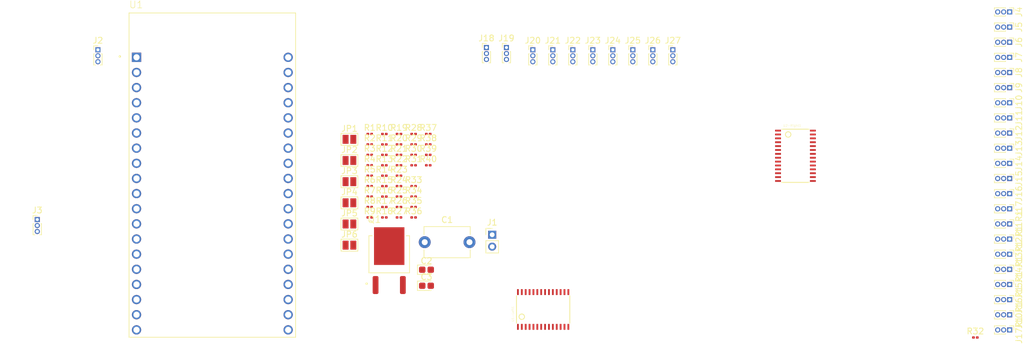
<source format=kicad_pcb>
(kicad_pcb (version 20221018) (generator pcbnew)
  (layers (0 "F.Cu" signal) (31 "B.Cu" signal) (34 "B.Paste" user) (35 "F.Paste" user) (36 "B.SilkS" user "B.Silkscreen") (37 "F.SilkS" user "F.Silkscreen") (38 "B.Mask" user) (39 "F.Mask" user) (44 "Edge.Cuts" user))
  (net 0 "")
  (net 1 "5.0V")
  (net 2 "GND")
  (net 3 "Net-(J1-Pin_2)")
  (net 4 "Net-(J2-Pin_3)")
  (net 5 "Net-(J3-Pin_3)")
  (net 6 "Net-(J4-Pin_3)")
  (net 7 "Net-(J5-Pin_3)")
  (net 8 "Net-(J6-Pin_3)")
  (net 9 "Net-(J7-Pin_3)")
  (net 10 "Net-(J8-Pin_3)")
  (net 11 "Net-(J9-Pin_3)")
  (net 12 "Net-(J10-Pin_3)")
  (net 13 "Net-(J11-Pin_3)")
  (net 14 "Net-(J12-Pin_3)")
  (net 15 "Net-(J13-Pin_3)")
  (net 16 "Net-(J14-Pin_3)")
  (net 17 "Net-(J15-Pin_3)")
  (net 18 "Net-(J16-Pin_3)")
  (net 19 "Net-(J17-Pin_3)")
  (net 20 "SDA0")
  (net 21 "SCL0")
  (net 22 "A0")
  (net 23 "A1")
  (net 24 "A2")
  (net 25 "A3")
  (net 26 "A4")
  (net 27 "A5")
  (net 28 "PWM15")
  (net 29 "PWM14")
  (net 30 "PWM13")
  (net 31 "PWM12")
  (net 32 "PWM11")
  (net 33 "PWM10")
  (net 34 "PWM9")
  (net 35 "PWM8")
  (net 36 "PWM0")
  (net 37 "PWM1")
  (net 38 "PWM2")
  (net 39 "PWM3")
  (net 40 "PWM4")
  (net 41 "PWM5")
  (net 42 "PWM6")
  (net 43 "PWM7")
  (net 44 "Net-(J18-Pin_3)")
  (net 45 "Net-(J19-Pin_3)")
  (net 46 "Net-(J20-Pin_3)")
  (net 47 "Net-(J21-Pin_3)")
  (net 48 "Net-(J22-Pin_3)")
  (net 49 "Net-(J23-Pin_3)")
  (net 50 "Net-(J24-Pin_3)")
  (net 51 "Net-(J25-Pin_3)")
  (net 52 "Net-(J26-Pin_3)")
  (net 53 "Net-(J27-Pin_3)")
  (net 54 "PWM8B")
  (net 55 "PWM9B")
  (net 56 "PWM10B")
  (net 57 "PWM11B")
  (net 58 "PWM12B")
  (net 59 "PWM13B")
  (net 60 "PWM14B")
  (net 61 "PWM15B")
  (net 62 "PWM0B")
  (net 63 "PWM1B")
  (net 64 "PWM2B")
  (net 65 "PWM3B")
  (net 66 "PWM4B")
  (net 67 "PWM5B")
  (net 68 "PWM6B")
  (net 69 "PWM7B")
  (net 70 "SDA1")
  (net 71 "SCL1")
  (net 72 "Net-(U2-Right1-#OE)")
  (net 73 "Net-(U1-Left1-#OE)")
  (net 74 "Net-(J2-Pin_1)")
  (net 75 "Net-(J2-Pin_2)")
  (net 76 "Net-(J3-Pin_1)")
  (net 77 "Net-(J3-Pin_2)")
  (net 78 "Net-(J10R1-Pin_3)")
  (net 79 "Net-(J11R1-Pin_3)")
  (net 80 "Net-(J12R1-Pin_3)")
  (net 81 "Net-(J13R1-Pin_3)")
  (net 82 "Net-(J14R1-Pin_3)")
  (net 83 "Net-(J15R1-Pin_3)")
  (net 84 "Net-(J16R1-Pin_3)")
  (net 85 "Net-(J17R1-Pin_3)")
  (net 86 "Net-(J2-Pin_19)")
  (net 87 "Net-(J2-Pin_17)")
  (net 88 "Net-(J2-Pin_18)")
  (net 89 "Net-(J2-Pin_13)")
  (net 90 "Net-(J2-Pin_7)")
  (net 91 "Net-(J2-Pin_6)")
  (net 92 "Net-(J2-Pin_8)")
  (net 93 "Net-(J2-Pin_14)")
  (net 94 "Net-(J2-Pin_15)")
  (net 95 "Net-(J2-Pin_9)")
  (net 96 "Net-(J2-Pin_16)")
  (net 97 "Net-(J3-Pin_10)")
  (net 98 "Net-(J3-Pin_9)")
  (net 99 "Net-(J2-Pin_5)")
  (net 100 "Net-(J2-Pin_4)")
  (net 101 "Net-(J3-Pin_8)")
  (net 102 "Net-(J3-Pin_7)")
  (net 103 "Net-(J2-Pin_11)")
  (net 104 "Net-(J2-Pin_10)")
  (net 105 "Net-(J2-Pin_12)")
  (net 106 "Net-(J3-Pin_6)")
  (net 107 "Net-(J3-Pin_4)")
  (net 108 "Net-(J3-Pin_5)")
  (net 109 "Net-(J3-Pin_11)")
  (footprint "Connector_PinHeader_1.00mm:PinHeader_1x03_P1.00mm_Vertical" (layer "F.Cu") (at 160.02 55.88)
    (fp_text reference "J21" (at 0 -1.56) (layer "F.SilkS"))
    (fp_text value "~")
    (pad "1" thru_hole rect (at 0 0) (size 0.85 0.85) (drill 0.5) (layers "*.Cu" "*.Mask") (net 2 "GND"))
    (pad "2" thru_hole oval (at 0 1) (size 0.85 0.85) (drill 0.5) (layers "*.Cu" "*.Mask") (net 1 "5.0V"))
    (pad "3" thru_hole oval (at 0 2) (size 0.85 0.85) (drill 0.5) (layers "*.Cu" "*.Mask") (net 47 "Net-(J21-Pin_3)"))
  )
  (footprint "Resistor_SMD:R_0201_0603Metric" (layer "F.Cu") (at 131.8 78.75)
    (fp_text reference "R15" (at 0 -1.05) (layer "F.SilkS"))
    (fp_text value "R")
    (pad "1" smd roundrect (at -0.32 0) (size 0.46 0.4) (layers "F.Cu" "F.Mask") (net 29 "PWM14"))
    (pad "2" smd roundrect (at 0.32 0) (size 0.46 0.4) (layers "F.Cu" "F.Mask") (net 12 "Net-(J10-Pin_3)"))
  )
  (footprint "Resistor_SMD:R_0201_0603Metric" (layer "F.Cu") (at 136.7 80.5)
    (fp_text reference "R34" (at 0 -1.05) (layer "F.SilkS"))
    (fp_text value "R")
    (pad "1" smd roundrect (at -0.32 0) (size 0.46 0.4) (layers "F.Cu" "F.Mask") (net 63 "PWM1B"))
    (pad "2" smd roundrect (at 0.32 0) (size 0.46 0.4) (layers "F.Cu" "F.Mask") (net 47 "Net-(J21-Pin_3)"))
  )
  (footprint "Resistor_SMD:R_0201_0603Metric" (layer "F.Cu") (at 134.25 82.25)
    (fp_text reference "R26" (at 0 -1.05) (layer "F.SilkS"))
    (fp_text value "R")
    (pad "1" smd roundrect (at -0.32 0) (size 0.46 0.4) (layers "F.Cu" "F.Mask") (net 37 "PWM1"))
    (pad "2" smd roundrect (at 0.32 0) (size 0.46 0.4) (layers "F.Cu" "F.Mask") (net 79 "Net-(J11R1-Pin_3)"))
  )
  (footprint "Connector_PinHeader_1.00mm:PinHeader_1x03_P1.00mm_Vertical" (layer "F.Cu") (at 83.82 55.88)
    (fp_text reference "J2" (at 0 -1.56) (layer "F.SilkS"))
    (fp_text value "Conn_01x19_Pin")
    (pad "1" thru_hole rect (at 0 0) (size 0.85 0.85) (drill 0.5) (layers "*.Cu" "*.Mask") (net 74 "Net-(J2-Pin_1)"))
    (pad "2" thru_hole oval (at 0 1) (size 0.85 0.85) (drill 0.5) (layers "*.Cu" "*.Mask") (net 75 "Net-(J2-Pin_2)"))
    (pad "3" thru_hole oval (at 0 2) (size 0.85 0.85) (drill 0.5) (layers "*.Cu" "*.Mask") (net 4 "Net-(J2-Pin_3)"))
  )
  (footprint "Resistor_SMD:R_0201_0603Metric" (layer "F.Cu") (at 139.15 75.25)
    (fp_text reference "R40" (at 0 -1.05) (layer "F.SilkS"))
    (fp_text value "R")
    (pad "1" smd roundrect (at -0.32 0) (size 0.46 0.4) (layers "F.Cu" "F.Mask") (net 69 "PWM7B"))
    (pad "2" smd roundrect (at 0.32 0) (size 0.46 0.4) (layers "F.Cu" "F.Mask") (net 53 "Net-(J27-Pin_3)"))
  )
  (footprint "Capacitor_Tantalum_SMD:CP_EIA-1608-08_AVX-J" (layer "F.Cu") (at 138.855 95.46)
    (fp_text reference "C3" (at 0 -1.48) (layer "F.SilkS"))
    (fp_text value "C")
    (pad "1" smd roundrect (at -0.7125 0) (size 1.075 1.05) (layers "F.Cu" "F.Paste" "F.Mask") (roundrect_rratio 0.238095) (net 1 "5.0V"))
    (pad "2" smd roundrect (at 0.7125 0) (size 1.075 1.05) (layers "F.Cu" "F.Paste" "F.Mask") (roundrect_rratio 0.238095) (net 2 "GND"))
  )
  (footprint "Capacitor_Tantalum_SMD:CP_EIA-1608-08_AVX-J" (layer "F.Cu") (at 138.855 92.77)
    (fp_text reference "C2" (at 0 -1.48) (layer "F.SilkS"))
    (fp_text value "C")
    (pad "1" smd roundrect (at -0.7125 0) (size 1.075 1.05) (layers "F.Cu" "F.Paste" "F.Mask") (roundrect_rratio 0.238095) (net 1 "5.0V"))
    (pad "2" smd roundrect (at 0.7125 0) (size 1.075 1.05) (layers "F.Cu" "F.Paste" "F.Mask") (roundrect_rratio 0.238095) (net 2 "GND"))
  )
  (footprint "Jumper:SolderJumper-2_P1.3mm_Open_Pad1.0x1.5mm" (layer "F.Cu") (at 125.95 74.45)
    (fp_text reference "JP2" (at 0 -1.8) (layer "F.SilkS"))
    (fp_text value "~")
    (pad "1" smd rect (at -0.65 0) (size 1 1.5) (layers "F.Cu" "F.Mask") (net 1 "5.0V"))
    (pad "2" smd rect (at 0.65 0) (size 1 1.5) (layers "F.Cu" "F.Mask") (net 23 "A1"))
  )
  (footprint "Resistor_SMD:R_0201_0603Metric" (layer "F.Cu") (at 134.25 70)
    (fp_text reference "R19" (at 0 -1.05) (layer "F.SilkS"))
    (fp_text value "R")
    (pad "1" smd roundrect (at -0.32 0) (size 0.46 0.4) (layers "F.Cu" "F.Mask") (net 56 "PWM10B"))
    (pad "2" smd roundrect (at 0.32 0) (size 0.46 0.4) (layers "F.Cu" "F.Mask") (net 16 "Net-(J14-Pin_3)"))
  )
  (footprint "Resistor_SMD:R_0201_0603Metric" (layer "F.Cu") (at 136.7 82.25)
    (fp_text reference "R35" (at 0 -1.05) (layer "F.SilkS"))
    (fp_text value "R")
    (pad "1" smd roundrect (at -0.32 0) (size 0.46 0.4) (layers "F.Cu" "F.Mask") (net 64 "PWM2B"))
    (pad "2" smd roundrect (at 0.32 0) (size 0.46 0.4) (layers "F.Cu" "F.Mask") (net 48 "Net-(J22-Pin_3)"))
  )
  (footprint "Resistor_SMD:R_0201_0603Metric" (layer "F.Cu") (at 131.8 71.75)
    (fp_text reference "R11" (at 0 -1.05) (layer "F.SilkS"))
    (fp_text value "R")
    (pad "1" smd roundrect (at -0.32 0) (size 0.46 0.4) (layers "F.Cu" "F.Mask") (net 33 "PWM10"))
    (pad "2" smd roundrect (at 0.32 0) (size 0.46 0.4) (layers "F.Cu" "F.Mask") (net 8 "Net-(J6-Pin_3)"))
  )
  (footprint "Capacitor_THT:C_Disc_D7.5mm_W5.0mm_P7.50mm" (layer "F.Cu") (at 138.56 88.15)
    (fp_text reference "C1" (at 3.75 -3.75) (layer "F.SilkS"))
    (fp_text value "C_Polarized_US")
    (pad "1" thru_hole circle (at 0 0) (size 2 2) (drill 1) (layers "*.Cu" "*.Mask") (net 1 "5.0V"))
    (pad "2" thru_hole circle (at 7.5 0) (size 2 2) (drill 1) (layers "*.Cu" "*.Mask") (net 2 "GND"))
  )
  (footprint "Resistor_SMD:R_0201_0603Metric" (layer "F.Cu") (at 134.25 78.75)
    (fp_text reference "R24" (at 0 -1.05) (layer "F.SilkS"))
    (fp_text value "R")
    (pad "1" smd roundrect (at -0.32 0) (size 0.46 0.4) (layers "F.Cu" "F.Mask") (net 61 "PWM15B"))
    (pad "2" smd roundrect (at 0.32 0) (size 0.46 0.4) (layers "F.Cu" "F.Mask") (net 45 "Net-(J19-Pin_3)"))
  )
  (footprint "Resistor_SMD:R_0201_0603Metric" (layer "F.Cu") (at 134.25 80.5)
    (fp_text reference "R25" (at 0 -1.05) (layer "F.SilkS"))
    (fp_text value "R")
    (pad "1" smd roundrect (at -0.32 0) (size 0.46 0.4) (layers "F.Cu" "F.Mask") (net 36 "PWM0"))
    (pad "2" smd roundrect (at 0.32 0) (size 0.46 0.4) (layers "F.Cu" "F.Mask") (net 78 "Net-(J10R1-Pin_3)"))
  )
  (footprint "Connector_PinHeader_1.00mm:PinHeader_1x03_P1.00mm_Vertical" (layer "F.Cu") (at 166.72 55.88)
    (fp_text reference "J23" (at 0 -1.56) (layer "F.SilkS"))
    (fp_text value "~")
    (pad "1" thru_hole rect (at 0 0) (size 0.85 0.85) (drill 0.5) (layers "*.Cu" "*.Mask") (net 2 "GND"))
    (pad "2" thru_hole oval (at 0 1) (size 0.85 0.85) (drill 0.5) (layers "*.Cu" "*.Mask") (net 1 "5.0V"))
    (pad "3" thru_hole oval (at 0 2) (size 0.85 0.85) (drill 0.5) (layers "*.Cu" "*.Mask") (net 49 "Net-(J23-Pin_3)"))
  )
  (footprint "Connector_PinHeader_1.00mm:PinHeader_1x03_P1.00mm_Vertical" (layer "F.Cu") (at 236.5375 69.85 -90)
    (fp_text reference "J12" (at 0 -1.56 90) (layer "F.SilkS"))
    (fp_text value "~")
    (pad "1" thru_hole rect (at 0 0 270) (size 0.85 0.85) (drill 0.5) (layers "*.Cu" "*.Mask") (net 2 "GND"))
    (pad "2" thru_hole oval (at 0 1 270) (size 0.85 0.85) (drill 0.5) (layers "*.Cu" "*.Mask") (net 1 "5.0V"))
    (pad "3" thru_hole oval (at 0 2 270) (size 0.85 0.85) (drill 0.5) (layers "*.Cu" "*.Mask") (net 14 "Net-(J12-Pin_3)"))
  )
  (footprint "Resistor_SMD:R_0201_0603Metric" (layer "F.Cu") (at 136.7 84)
    (fp_text reference "R36" (at 0 -1.05) (layer "F.SilkS"))
    (fp_text value "R")
    (pad "1" smd roundrect (at -0.32 0) (size 0.46 0.4) (layers "F.Cu" "F.Mask") (net 65 "PWM3B"))
    (pad "2" smd roundrect (at 0.32 0) (size 0.46 0.4) (layers "F.Cu" "F.Mask") (net 49 "Net-(J23-Pin_3)"))
  )
  (footprint "AOD417:DPAK228P994X240_3N" (layer "F.Cu") (at 132.611 91.25)
    (fp_text reference "Q1" (at -3.70678 -6.25744) (layer "F.SilkS") (effects (font (size 1.143 1.143) (thickness 0.127)) (justify left bottom)))
    (fp_text value "AOD417")
    (pad "1" smd roundrect (at -2.286 4.09) (size 0.97 3.02) (layers "F.Cu" "F.Paste" "F.Mask") (net 2 "GND"))
    (pad "3" smd roundrect (at 2.286 4.09) (size 0.97 3.02) (layers "F.Cu" "F.Paste" "F.Mask") (net 1 "5.0V"))
    (pad "4" smd rect (at 0 -2.44) (size 5.09 6.32) (layers "F.Cu" "F.Mask") (net 3 "Net-(J1-Pin_2)"))
  )
  (footprint "Resistor_SMD:R_0201_0603Metric" (layer "F.Cu") (at 129.35 70)
    (fp_text reference "R1" (at 0 -1.05) (layer "F.SilkS"))
    (fp_text value "R")
    (pad "1" smd roundrect (at -0.32 0) (size 0.46 0.4) (layers "F.Cu" "F.Mask") (net 27 "A5"))
    (pad "2" smd roundrect (at 0.32 0) (size 0.46 0.4) (layers "F.Cu" "F.Mask") (net 2 "GND"))
  )
  (footprint "Resistor_SMD:R_0201_0603Metric" (layer "F.Cu") (at 131.8 70)
    (fp_text reference "R10" (at 0 -1.05) (layer "F.SilkS"))
    (fp_text value "R")
    (pad "1" smd roundrect (at -0.32 0) (size 0.46 0.4) (layers "F.Cu" "F.Mask") (net 34 "PWM9"))
    (pad "2" smd roundrect (at 0.32 0) (size 0.46 0.4) (layers "F.Cu" "F.Mask") (net 7 "Net-(J5-Pin_3)"))
  )
  (footprint "Connector_PinHeader_1.00mm:PinHeader_1x03_P1.00mm_Vertical" (layer "F.Cu") (at 236.5375 82.55 -90)
    (fp_text reference "J17" (at 0 -1.56 90) (layer "F.SilkS"))
    (fp_text value "~")
    (pad "1" thru_hole rect (at 0 0 270) (size 0.85 0.85) (drill 0.5) (layers "*.Cu" "*.Mask") (net 2 "GND"))
    (pad "2" thru_hole oval (at 0 1 270) (size 0.85 0.85) (drill 0.5) (layers "*.Cu" "*.Mask") (net 1 "5.0V"))
    (pad "3" thru_hole oval (at 0 2 270) (size 0.85 0.85) (drill 0.5) (layers "*.Cu" "*.Mask") (net 19 "Net-(J17-Pin_3)"))
  )
  (footprint "Resistor_SMD:R_0201_0603Metric" (layer "F.Cu") (at 131.8 77)
    (fp_text reference "R14" (at 0 -1.05) (layer "F.SilkS"))
    (fp_text value "R")
    (pad "1" smd roundrect (at -0.32 0) (size 0.46 0.4) (layers "F.Cu" "F.Mask") (net 30 "PWM13"))
    (pad "2" smd roundrect (at 0.32 0) (size 0.46 0.4) (layers "F.Cu" "F.Mask") (net 11 "Net-(J9-Pin_3)"))
  )
  (footprint "Jumper:SolderJumper-2_P1.3mm_Open_Pad1.0x1.5mm" (layer "F.Cu") (at 125.95 78)
    (fp_text reference "JP3" (at 0 -1.8) (layer "F.SilkS"))
    (fp_text value "~")
    (pad "1" smd rect (at -0.65 0) (size 1 1.5) (layers "F.Cu" "F.Mask") (net 1 "5.0V"))
    (pad "2" smd rect (at 0.65 0) (size 1 1.5) (layers "F.Cu" "F.Mask") (net 24 "A2"))
  )
  (footprint "Connector_PinHeader_1.00mm:PinHeader_1x03_P1.00mm_Vertical" (layer "F.Cu") (at 148.9 55.5)
    (fp_text reference "J18" (at 0 -1.56) (layer "F.SilkS"))
    (fp_text value "~")
    (pad "1" thru_hole rect (at 0 0) (size 0.85 0.85) (drill 0.5) (layers "*.Cu" "*.Mask") (net 2 "GND"))
    (pad "2" thru_hole oval (at 0 1) (size 0.85 0.85) (drill 0.5) (layers "*.Cu" "*.Mask") (net 1 "5.0V"))
    (pad "3" thru_hole oval (at 0 2) (size 0.85 0.85) (drill 0.5) (layers "*.Cu" "*.Mask") (net 44 "Net-(J18-Pin_3)"))
  )
  (footprint "Resistor_SMD:R_0201_0603Metric" (layer "F.Cu") (at 129.35 73.5)
    (fp_text reference "R3" (at 0 -1.05) (layer "F.SilkS"))
    (fp_text value "R")
    (pad "1" smd roundrect (at -0.32 0) (size 0.46 0.4) (layers "F.Cu" "F.Mask") (net 25 "A3"))
    (pad "2" smd roundrect (at 0.32 0) (size 0.46 0.4) (layers "F.Cu" "F.Mask") (net 2 "GND"))
  )
  (footprint "Connector_PinHeader_1.00mm:PinHeader_1x03_P1.00mm_Vertical" (layer "F.Cu") (at 236.5375 54.61 -90)
    (fp_text reference "J6" (at 0 -1.56 90) (layer "F.SilkS"))
    (fp_text value "~")
    (pad "1" thru_hole rect (at 0 0 270) (size 0.85 0.85) (drill 0.5) (layers "*.Cu" "*.Mask") (net 2 "GND"))
    (pad "2" thru_hole oval (at 0 1 270) (size 0.85 0.85) (drill 0.5) (layers "*.Cu" "*.Mask") (net 1 "5.0V"))
    (pad "3" thru_hole oval (at 0 2 270) (size 0.85 0.85) (drill 0.5) (layers "*.Cu" "*.Mask") (net 8 "Net-(J6-Pin_3)"))
  )
  (footprint "Resistor_SMD:R_0201_0603Metric" (layer "F.Cu") (at 129.35 71.75)
    (fp_text reference "R2" (at 0 -1.05) (layer "F.SilkS"))
    (fp_text value "R")
    (pad "1" smd roundrect (at -0.32 0) (size 0.46 0.4) (layers "F.Cu" "F.Mask") (net 26 "A4"))
    (pad "2" smd roundrect (at 0.32 0) (size 0.46 0.4) (layers "F.Cu" "F.Mask") (net 2 "GND"))
  )
  (footprint "Connector_PinHeader_1.00mm:PinHeader_1x03_P1.00mm_Vertical" (layer "F.Cu") (at 236.5375 90.17 -90)
    (fp_text reference "J13R1" (at 0 -1.56 90) (layer "F.SilkS"))
    (fp_text value "~")
    (pad "1" thru_hole rect (at 0 0 270) (size 0.85 0.85) (drill 0.5) (layers "*.Cu" "*.Mask") (net 2 "GND"))
    (pad "2" thru_hole oval (at 0 1 270) (size 0.85 0.85) (drill 0.5) (layers "*.Cu" "*.Mask") (net 1 "5.0V"))
    (pad "3" thru_hole oval (at 0 2 270) (size 0.85 0.85) (drill 0.5) (layers "*.Cu" "*.Mask") (net 81 "Net-(J13R1-Pin_3)"))
  )
  (footprint "Resistor_SMD:R_0201_0603Metric" (layer "F.Cu") (at 134.25 75.25)
    (fp_text reference "R22" (at 0 -1.05) (layer "F.SilkS"))
    (fp_text value "R")
    (pad "1" smd roundrect (at -0.32 0) (size 0.46 0.4) (layers "F.Cu" "F.Mask") (net 59 "PWM13B"))
    (pad "2" smd roundrect (at 0.32 0) (size 0.46 0.4) (layers "F.Cu" "F.Mask") (net 19 "Net-(J17-Pin_3)"))
  )
  (footprint "Resistor_SMD:R_0201_0603Metric" (layer "F.Cu") (at 129.35 77)
    (fp_text reference "R5" (at 0 -1.05) (layer "F.SilkS"))
    (fp_text value "R")
    (pad "1" smd roundrect (at -0.32 0) (size 0.46 0.4) (layers "F.Cu" "F.Mask") (net 23 "A1"))
    (pad "2" smd roundrect (at 0.32 0) (size 0.46 0.4) (layers "F.Cu" "F.Mask") (net 2 "GND"))
  )
  (footprint "Connector_PinHeader_1.00mm:PinHeader_1x03_P1.00mm_Vertical" (layer "F.Cu") (at 236.5375 62.23 -90)
    (fp_text reference "J9" (at 0 -1.56 90) (layer "F.SilkS"))
    (fp_text value "~")
    (pad "1" thru_hole rect (at 0 0 270) (size 0.85 0.85) (drill 0.5) (layers "*.Cu" "*.Mask") (net 2 "GND"))
    (pad "2" thru_hole oval (at 0 1 270) (size 0.85 0.85) (drill 0.5) (layers "*.Cu" "*.Mask") (net 1 "5.0V"))
    (pad "3" thru_hole oval (at 0 2 270) (size 0.85 0.85) (drill 0.5) (layers "*.Cu" "*.Mask") (net 11 "Net-(J9-Pin_3)"))
  )
  (footprint "Jumper:SolderJumper-2_P1.3mm_Open_Pad1.0x1.5mm" (layer "F.Cu") (at 125.95 81.55)
    (fp_text reference "JP4" (at 0 -1.8) (layer "F.SilkS"))
    (fp_text value "~")
    (pad "1" smd rect (at -0.65 0) (size 1 1.5) (layers "F.Cu" "F.Mask") (net 1 "5.0V"))
    (pad "2" smd rect (at 0.65 0) (size 1 1.5) (layers "F.Cu" "F.Mask") (net 25 "A3"))
  )
  (footprint "Resistor_SMD:R_0201_0603Metric" (layer "F.Cu") (at 230.795 104.14)
    (fp_text reference "R32" (at 0 -1.05) (layer "F.SilkS"))
    (fp_text value "R")
    (pad "1" smd roundrect (at -0.32 0) (size 0.46 0.4) (layers "F.Cu" "F.Mask") (net 43 "PWM7"))
    (pad "2" smd roundrect (at 0.32 0) (size 0.46 0.4) (layers "F.Cu" "F.Mask") (net 85 "Net-(J17R1-Pin_3)"))
  )
  (footprint "Jumper:SolderJumper-2_P1.3mm_Open_Pad1.0x1.5mm" (layer "F.Cu") (at 125.95 70.9)
    (fp_text reference "JP1" (at 0 -1.8) (layer "F.SilkS"))
    (fp_text value "~")
    (pad "1" smd rect (at -0.65 0) (size 1 1.5) (layers "F.Cu" "F.Mask") (net 1 "5.0V"))
    (pad "2" smd rect (at 0.65 0) (size 1 1.5) (layers "F.Cu" "F.Mask") (net 22 "A0"))
  )
  (footprint "Connector_PinHeader_1.00mm:PinHeader_1x03_P1.00mm_Vertical" (layer "F.Cu") (at 236.5375 49.53 -90)
    (fp_text reference "J4" (at 0 -1.56 90) (layer "F.SilkS"))
    (fp_text value "~")
    (pad "1" thru_hole rect (at 0 0 270) (size 0.85 0.85) (drill 0.5) (layers "*.Cu" "*.Mask") (net 2 "GND"))
    (pad "2" thru_hole oval (at 0 1 270) (size 0.85 0.85) (drill 0.5) (layers "*.Cu" "*.Mask") (net 1 "5.0V"))
    (pad "3" thru_hole oval (at 0 2 270) (size 0.85 0.85) (drill 0.5) (layers "*.Cu" "*.Mask") (net 6 "Net-(J4-Pin_3)"))
  )
  (footprint "Connector_PinHeader_1.00mm:PinHeader_1x03_P1.00mm_Vertical" (layer "F.Cu") (at 236.5375 102.87 -90)
    (fp_text reference "J17R1" (at 0 -1.56 90) (layer "F.SilkS"))
    (fp_text value "~")
    (pad "1" thru_hole rect (at 0 0 270) (size 0.85 0.85) (drill 0.5) (layers "*.Cu" "*.Mask") (net 2 "GND"))
    (pad "2" thru_hole oval (at 0 1 270) (size 0.85 0.85) (drill 0.5) (layers "*.Cu" "*.Mask") (net 1 "5.0V"))
    (pad "3" thru_hole oval (at 0 2 270) (size 0.85 0.85) (drill 0.5) (layers "*.Cu" "*.Mask") (net 85 "Net-(J17R1-Pin_3)"))
  )
  (footprint "Connector_PinHeader_1.00mm:PinHeader_1x03_P1.00mm_Vertical" (layer "F.Cu") (at 236.5375 74.93 -90)
    (fp_text reference "J14" (at 0 -1.56 90) (layer "F.SilkS"))
    (fp_text value "~")
    (pad "1" thru_hole rect (at 0 0 270) (size 0.85 0.85) (drill 0.5) (layers "*.Cu" "*.Mask") (net 2 "GND"))
    (pad "2" thru_hole oval (at 0 1 270) (size 0.85 0.85) (drill 0.5) (layers "*.Cu" "*.Mask") (net 1 "5.0V"))
    (pad "3" thru_hole oval (at 0 2 270) (size 0.85 0.85) (drill 0.5) (layers "*.Cu" "*.Mask") (net 16 "Net-(J14-Pin_3)"))
  )
  (footprint "Connector_PinHeader_1.00mm:PinHeader_1x03_P1.00mm_Vertical" (layer "F.Cu") (at 236.5375 85.09 -90)
    (fp_text reference "J11R1" (at 0 -1.56 90) (layer "F.SilkS"))
    (fp_text value "~")
    (pad "1" thru_hole rect (at 0 0 270) (size 0.85 0.85) (drill 0.5) (layers "*.Cu" "*.Mask") (net 2 "GND"))
    (pad "2" thru_hole oval (at 0 1 270) (size 0.85 0.85) (drill 0.5) (layers "*.Cu" "*.Mask") (net 1 "5.0V"))
    (pad "3" thru_hole oval (at 0 2 270) (size 0.85 0.85) (drill 0.5) (layers "*.Cu" "*.Mask") (net 79 "Net-(J11R1-Pin_3)"))
  )
  (footprint "Jumper:SolderJumper-2_P1.3mm_Open_Pad1.0x1.5mm" (layer "F.Cu") (at 125.95 88.65)
    (fp_text reference "JP6" (at 0 -1.8) (layer "F.SilkS"))
    (fp_text value "~")
    (pad "1" smd rect (at -0.65 0) (size 1 1.5) (layers "F.Cu" "F.Mask") (net 1 "5.0V"))
    (pad "2" smd rect (at 0.65 0) (size 1 1.5) (layers "F.Cu" "F.Mask") (net 27 "A5"))
  )
  (footprint "Connector_PinHeader_1.00mm:PinHeader_1x03_P1.00mm_Vertical" (layer "F.Cu") (at 236.5375 72.39 -90)
    (fp_text reference "J13" (at 0 -1.56 90) (layer "F.SilkS"))
    (fp_text value "~")
    (pad "1" thru_hole rect (at 0 0 270) (size 0.85 0.85) (drill 0.5) (layers "*.Cu" "*.Mask") (net 2 "GND"))
    (pad "2" thru_hole oval (at 0 1 270) (size 0.85 0.85) (drill 0.5) (layers "*.Cu" "*.Mask") (net 1 "5.0V"))
    (pad "3" thru_hole oval (at 0 2 270) (size 0.85 0.85) (drill 0.5) (layers "*.Cu" "*.Mask") (net 15 "Net-(J13-Pin_3)"))
  )
  (footprint "Resistor_SMD:R_0201_0603Metric" (layer "F.Cu") (at 136.7 71.75)
    (fp_text reference "R29" (at 0 -1.05) (layer "F.SilkS"))
    (fp_text value "R")
    (pad "1" smd roundrect (at -0.32 0) (size 0.46 0.4) (layers "F.Cu" "F.Mask") (net 40 "PWM4"))
    (pad "2" smd roundrect (at 0.32 0) (size 0.46 0.4) (layers "F.Cu" "F.Mask") (net 82 "Net-(J14R1-Pin_3)"))
  )
  (footprint "Connector_PinHeader_1.00mm:PinHeader_1x03_P1.00mm_Vertical" (layer "F.Cu") (at 236.5375 100.33 -90)
    (fp_text reference "J10R1" (at 0 -1.56 90) (layer "F.SilkS"))
    (fp_text value "~")
    (pad "1" thru_hole rect (at 0 0 270) (size 0.85 0.85) (drill 0.5) (layers "*.Cu" "*.Mask") (net 2 "GND"))
    (pad "2" thru_hole oval (at 0 1 270) (size 0.85 0.85) (drill 0.5) (layers "*.Cu" "*.Mask") (net 1 "5.0V"))
    (pad "3" thru_hole oval (at 0 2 270) (size 0.85 0.85) (drill 0.5) (layers "*.Cu" "*.Mask") (net 78 "Net-(J10R1-Pin_3)"))
  )
  (footprint "Resistor_SMD:R_0201_0603Metric" (layer "F.Cu") (at 131.8 84)
    (fp_text reference "R18" (at 0 -1.05) (layer "F.SilkS"))
    (fp_text value "R")
    (pad "1" smd roundrect (at -0.32 0) (size 0.46 0.4) (layers "F.Cu" "F.Mask") (net 55 "PWM9B"))
    (pad "2" smd roundrect (at 0.32 0) (size 0.46 0.4) (layers "F.Cu" "F.Mask") (net 15 "Net-(J13-Pin_3)"))
  )
  (footprint "Connector_PinHeader_1.00mm:PinHeader_1x03_P1.00mm_Vertical" (layer "F.Cu") (at 236.5375 77.47 -90)
    (fp_text reference "J15" (at 0 -1.56 90) (layer "F.SilkS"))
    (fp_text value "~")
    (pad "1" thru_hole rect (at 0 0 270) (size 0.85 0.85) (drill 0.5) (layers "*.Cu" "*.Mask") (net 2 "GND"))
    (pad "2" thru_hole oval (at 0 1 270) (size 0.85 0.85) (drill 0.5) (layers "*.Cu" "*.Mask") (net 1 "5.0V"))
    (pad "3" thru_hole oval (at 0 2 270) (size 0.85 0.85) (drill 0.5) (layers "*.Cu" "*.Mask") (net 17 "Net-(J15-Pin_3)"))
  )
  (footprint "PCA9685:TSSOP28" (layer "F.Cu") (at 158.395 99.4378)
    (fp_text reference "U1-Left1" (at -4.8456 2.0828 90) (layer "F.SilkS") (effects (font (size 0.373888 0.373888) (thickness 0.032512)) (justify left bottom)))
    (fp_text value "PCA9685")
    (pad "1" smd rect (at -4.225 2.9178) (size 0.3048 0.9906) (layers "F.Cu" "F.Paste" "F.Mask") (net 22 "A0"))
    (pad "2" smd rect (at -3.575 2.9178) (size 0.3048 0.9906) (layers "F.Cu" "F.Paste" "F.Mask") (net 23 "A1"))
    (pad "3" smd rect (at -2.925 2.9178) (size 0.3048 0.9906) (layers "F.Cu" "F.Paste" "F.Mask") (net 24 "A2"))
    (pad "4" smd rect (at -2.275 2.9178) (size 0.3048 0.9906) (layers "F.Cu" "F.Paste" "F.Mask") (net 25 "A3"))
    (pad "5" smd rect (at -1.625 2.9178) (size 0.3048 0.9906) (layers "F.Cu" "F.Paste" "F.Mask") (net 26 "A4"))
    (pad "6" smd rect (at -0.975 2.9178) (size 0.3048 0.9906) (layers "F.Cu" "F.Paste" "F.Mask") (net 62 "PWM0B"))
    (pad "7" smd rect (at -0.325 2.9178) (size 0.3048 0.9906) (layers "F.Cu" "F.Paste" "F.Mask") (net 63 "PWM1B"))
    (pad "8" smd rect (at 0.325 2.9178) (size 0.3048 0.9906) (layers "F.Cu" "F.Paste" "F.Mask") (net 64 "PWM2B"))
    (pad "9" smd rect (at 0.975 2.9178) (size 0.3048 0.9906) (layers "F.Cu" "F.Paste" "F.Mask") (net 65 "PWM3B"))
    (pad "10" smd rect (at 1.625 2.9178) (size 0.3048 0.9906) (layers "F.Cu" "F.Paste" "F.Mask") (net 66 "PWM4B"))
    (pad "11" smd rect (at 2.275 2.9178) (size 0.3048 0.9906) (layers "F.Cu" "F.Paste" "F.Mask") (net 67 "PWM5B"))
    (pad "12" smd rect (at 2.925 2.9178) (size 0.3048 0.9906) (layers "F.Cu" "F.Paste" "F.Mask") (net 68 "PWM6B"))
    (pad "13" smd rect (at 3.575 2.9178) (size 0.3048 0.9906) (layers "F.Cu" "F.Paste" "F.Mask") (net 69 "PWM7B"))
    (pad "14" smd rect (at 4.225 2.9178) (size 0.3048 0.9906) (layers "F.Cu" "F.Paste" "F.Mask") (net 2 "GND"))
    (pad "15" smd rect (at 4.225 -2.9178) (size 0.3048 0.9906) (layers "F.Cu" "F.Paste" "F.Mask") (net 54 "PWM8B"))
    (pad "16" smd rect (at 3.575 -2.9178) (size 0.3048 0.9906) (layers "F.Cu" "F.Paste" "F.Mask") (net 55 "PWM9B"))
    (pad "17" smd rect (at 2.925 -2.9178) (size 0.3048 0.9906) (layers "F.Cu" "F.Paste" "F.Mask") (net 56 "PWM10B"))
    (pad "18" smd rect (at 2.275 -2.9178) (size 0.3048 0.9906) (layers "F.Cu" "F.Paste" "F.Mask") (net 57 "PWM11B"))
    (pad "19" smd rect (at 1.625 -2.9178) (size 0.3048 0.9906) (layers "F.Cu" "F.Paste" "F.Mask") (net 58 "PWM12B"))
    (pad "20" smd rect (at 0.975 -2.9178) (size 0.3048 0.9906) (layers "F.Cu" "F.Paste" "F.Mask") (net 59 "PWM13B"))
    (pad "21" smd rect (at 0.325 -2.9178) (size 0.3048 0.9906) (layers "F.Cu" "F.Paste" "F.Mask") (net 60 "PWM14B"))
    (pad "22" smd rect (at -0.325 -2.9178) (size 0.3048 0.9906) (layers "F.Cu" "F.Paste" "F.Mask") (net 61 "PWM15B"))
    (pad "23" smd rect (at -0.975 -2.9178) (size 0.3048 0.9906) (layers "F.Cu" "F.Paste" "F.Mask") (net 73 "Net-(U1-Left1-#OE)"))
    (pad "24" smd rect (at -1.625 -2.9178) (size 0.3048 0.9906) (layers "F.Cu" "F.Paste" "F.Mask") (net 27 "A5"))
    (pad "25" smd rect (at -2.275 -2.9178) (size 0.3048 0.9906) (layers "F.Cu" "F.Paste" "F.Mask") (net 2 "GND"))
    (pad "26" smd rect (at -2.925 -2.9178) (size 0.3048 0.9906) (layers "F.Cu" "F.Paste" "F.Mask") (net 71 "SCL1"))
    (pad "27" smd rect (at -3.575 -2.9178) (size 0.3048 0.9906) (layers "F.Cu" "F.Paste" "F.Mask") (net 70 "SDA1"))
    (pad "28" smd rect (at -4.225 -2.9178) (size 0.3048 0.9906) (layers "F.Cu" "F.Paste" "F.Mask") (net 1 "5.0V"))
  )
  (footprint "Connector_PinHeader_1.00mm:PinHeader_1x03_P1.00mm_Vertical" (layer "F.Cu") (at 236.5375 57.15 -90)
    (fp_text reference "J7" (at 0 -1.56 90) (layer "F.SilkS"))
    (fp_text value "~")
    (pad "1" thru_hole rect (at 0 0 270) (size 0.85 0.85) (drill 0.5) (layers "*.Cu" "*.Mask") (net 2 "GND"))
    (pad "2" thru_hole oval (at 0 1 270) (size 0.85 0.85) (drill 0.5) (layers "*.Cu" "*.Mask") (net 1 "5.0V"))
    (pad "3" thru_hole oval (at 0 2 270) (size 0.85 0.85) (drill 0.5) (layers "*.Cu" "*.Mask") (net 9 "Net-(J7-Pin_3)"))
  )
  (footprint "Connector_PinHeader_1.00mm:PinHeader_1x03_P1.00mm_Vertical" (layer "F.Cu") (at 236.5375 64.77 -90)
    (fp_text reference "J10" (at 0 -1.56 90) (layer "F.SilkS"))
    (fp_text value "~")
    (pad "1" thru_hole rect (at 0 0 270) (size 0.85 0.85) (drill 0.5) (layers "*.Cu" "*.Mask") (net 2 "GND"))
    (pad "2" thru_hole oval (at 0 1 270) (size 0.85 0.85) (drill 0.5) (layers "*.Cu" "*.Mask") (net 1 "5.0V"))
    (pad "3" thru_hole oval (at 0 2 270) (size 0.85 0.85) (drill 0.5) (layers "*.Cu" "*.Mask") (net 12 "Net-(J10-Pin_3)"))
  )
  (footprint "ESP32-DEVKITC-32UE:ESPRESSIF_ESP32-DEVKITC-32UE" (layer "F.Cu") (at 102.985 80)
    (fp_text reference "U1" (at -14 -31) (layer "F.SilkS") (effects (font (size 1.1684 1.1684) (thickness 0.1016)) (justify left bottom)))
    (fp_text value "ESP32-DEVKITC-32UE")
    (pad "1" thru_hole rect (at -12.7 -22.86) (size 1.56 1.56) (drill 1.04) (layers "*.Cu" "*.Mask") (net 109 "Net-(J3-Pin_11)"))
    (pad "2" thru_hole circle (at -12.7 -20.32) (size 1.56 1.56) (drill 1.04) (layers "*.Cu" "*.Mask") (net 74 "Net-(J2-Pin_1)"))
    (pad "3" thru_hole circle (at -12.7 -17.78) (size 1.56 1.56) (drill 1.04) (layers "*.Cu" "*.Mask") (net 75 "Net-(J2-Pin_2)"))
    (pad "4" thru_hole circle (at -12.7 -15.24) (size 1.56 1.56) (drill 1.04) (layers "*.Cu" "*.Mask") (net 4 "Net-(J2-Pin_3)"))
    (pad "5" thru_hole circle (at -12.7 -12.7) (size 1.56 1.56) (drill 1.04) (layers "*.Cu" "*.Mask") (net 108 "Net-(J3-Pin_5)"))
    (pad "6" thru_hole circle (at -12.7 -10.16) (size 1.56 1.56) (drill 1.04) (layers "*.Cu" "*.Mask") (net 107 "Net-(J3-Pin_4)"))
    (pad "7" thru_hole circle (at -12.7 -7.62) (size 1.56 1.56) (drill 1.04) (layers "*.Cu" "*.Mask") (net 70 "SDA1"))
    (pad "8" thru_hole circle (at -12.7 -5.08) (size 1.56 1.56) (drill 1.04) (layers "*.Cu" "*.Mask") (net 71 "SCL1"))
    (pad "9" thru_hole circle (at -12.7 -2.54) (size 1.56 1.56) (drill 1.04) (layers "*.Cu" "*.Mask") (net 20 "SDA0"))
    (pad "10" thru_hole circle (at -12.7 0) (size 1.56 1.56) (drill 1.04) (layers "*.Cu" "*.Mask") (net 21 "SCL0"))
    (pad "11" thru_hole circle (at -12.7 2.54) (size 1.56 1.56) (drill 1.04) (layers "*.Cu" "*.Mask") (net 106 "Net-(J3-Pin_6)"))
    (pad "12" thru_hole circle (at -12.7 5.08) (size 1.56 1.56) (drill 1.04) (layers "*.Cu" "*.Mask") (net 105 "Net-(J2-Pin_12)"))
    (pad "13" thru_hole circle (at -12.7 7.62) (size 1.56 1.56) (drill 1.04) (layers "*.Cu" "*.Mask") (net 104 "Net-(J2-Pin_10)"))
    (pad "14" thru_hole circle (at -12.7 10.16) (size 1.56 1.56) (drill 1.04) (layers "*.Cu" "*.Mask") (net 2 "GND"))
    (pad "15" thru_hole circle (at -12.7 12.7) (size 1.56 1.56) (drill 1.04) (layers "*.Cu" "*.Mask") (net 103 "Net-(J2-Pin_11)"))
    (pad "16" thru_hole circle (at -12.7 15.24) (size 1.56 1.56) (drill 1.04) (layers "*.Cu" "*.Mask") (net 5 "Net-(J3-Pin_3)"))
    (pad "17" thru_hole circle (at -12.7 17.78) (size 1.56 1.56) (drill 1.04) (layers "*.Cu" "*.Mask") (net 77 "Net-(J3-Pin_2)"))
    (pad "18" thru_hole circle (at -12.7 20.32) (size 1.56 1.56) (drill 1.04) (layers "*.Cu" "*.Mask") (net 76 "Net-(J3-Pin_1)"))
    (pad "19" thru_hole circle (at -12.7 22.86) (size 1.56 1.56) (drill 1.04) (layers "*.Cu" "*.Mask") (net 1 "5.0V"))
    (pad "20" thru_hole circle (at 12.7 -22.86) (size 1.56 1.56) (drill 1.04) (layers "*.Cu" "*.Mask") (net 2 "GND"))
    (pad "21" thru_hole circle (at 12.7 -20.32) (size 1.56 1.56) (drill 1.04) (layers "*.Cu" "*.Mask") (net 102 "Net-(J3-Pin_7)"))
    (pad "22" thru_hole circle (at 12.7 -17.78) (size 1.56 1.56) (drill 1.04) (layers "*.Cu" "*.Mask") (net 101 "Net-(J3-Pin_8)"))
    (pad "23" thru_hole circle (at 12.7 -15.24) (size 1.56 1.56) (drill 1.04) (layers "*.Cu" "*.Mask") (net 100 "Net-(J2-Pin_4)"))
    (pad "24" thru_hole circle (at 12.7 -12.7) (size 1.56 1.56) (drill 1.04) (layers "*.Cu" "*.Mask") (net 99 "Net-(J2-Pin_5)"))
    (pad "25" thru_hole circle (at 12.7 -10.16) (size 1.56 1.56) (drill 1.04) (layers "*.Cu" "*.Mask") (net 98 "Net-(J3-Pin_9)"))
    (pad "26" thru_hole circle (at 12.7 -7.62) (size 1.56 1.56) (drill 1.04) (layers "*.Cu" "*.Mask") (net 2 "GND"))
    (pad "27" thru_hole circle (at 12.7 -5.08) (size 1.56 1.56) (drill 1.04) (layers "*.Cu" "*.Mask") (net 97 "Net-(J3-Pin_10)"))
    (pad "28" thru_hole circle (at 12.7 -2.54) (size 1.56 1.56) (drill 1.04) (layers "*.Cu" "*.Mask") (net 96 "Net-(J2-Pin_16)"))
    (pad "29" thru_hole circle (at 12.7 0) (size 1.56 1.56) (drill 1.04) (layers "*.Cu" "*.Mask") (net 95 "Net-(J2-Pin_9)"))
    (pad "30" thru_hole circle (at 12.7 2.54) (size 1.56 1.56) (drill 1.04) (layers "*.Cu" "*.Mask") (net 94 "Net-(J2-Pin_15)"))
    (pad "31" thru_hole circle (at 12.7 5.08) (size 1.56 1.56) (drill 1.04) (layers "*.Cu" "*.Mask") (net 93 "Net-(J2-Pin_14)"))
    (pad "32" thru_hole circle (at 12.7 7.62) (size 1.56 1.56) (drill 1.04) (layers "*.Cu" "*.Mask") (net 92 "Net-(J2-Pin_8)"))
    (pad "33" thru_hole circle (at 12.7 10.16) (size 1.56 1.56) (drill 1.04) (layers "*.Cu" "*.Mask") (net 91 "Net-(J2-Pin_6)"))
    (pad "34" thru_hole circle (at 12.7 12.7) (size 1.56 1.56) (drill 1.04) (layers "*.Cu" "*.Mask") (net 90 "Net-(J2-Pin_7)"))
    (pad "35" thru_hole circle (at 12.7 15.24) (size 1.56 1.56) (drill 1.04) (layers "*.Cu" "*.Mask") (net 89 "Net-(J2-Pin_13)"))
    (pad "36" thru_hole circle (at 12.7 17.78) (size 1.56 1.56) (drill 1.04) (layers "*.Cu" "*.Mask") (net 88 "Net-(J2-Pin_18)"))
    (pad "37" thru_hole circle (at 12.7 20.32) (size 1.56 1.56) (drill 1.04) (layers "*.Cu" "*.Mask") (net 87 "Net-(J2-Pin_17)"))
    (pad "38" thru_hole circle (at 12.7 22.86) (size 1.56 1.56) (drill 1.04) (layers "*.Cu" "*.Mask") (net 86 "Net-(J2-Pin_19)"))
  )
  (footprint "Connector_PinHeader_1.00mm:PinHeader_1x03_P1.00mm_Vertical" (layer "F.Cu") (at 236.5375 92.71 -90)
    (fp_text reference "J14R1" (at 0 -1.56 90) (layer "F.SilkS"))
    (fp_text value "~")
    (pad "1" thru_hole rect (at 0 0 270) (size 0.85 0.85) (drill 0.5) (layers "*.Cu" "*.Mask") (net 2 "GND"))
    (pad "2" thru_hole oval (at 0 1 270) (size 0.85 0.85) (drill 0.5) (layers "*.Cu" "*.Mask") (net 1 "5.0V"))
    (pad "3" thru_hole oval (at 0 2 270) (size 0.85 0.85) (drill 0.5) (layers "*.Cu" "*.Mask") (net 82 "Net-(J14R1-Pin_3)"))
  )
  (footprint "Resistor_SMD:R_0201_0603Metric" (layer "F.Cu") (at 129.35 80.5)
    (fp_text reference "R7" (at 0 -1.05) (layer "F.SilkS"))
    (fp_text value "R")
    (pad "1" smd roundrect (at -0.32 0) (size 0.46 0.4) (layers "F.Cu" "F.Mask") (net 2 "GND"))
    (pad "2" smd roundrect (at 0.32 0) (size 0.46 0.4) (layers "F.Cu" "F.Mask") (net 72 "Net-(U2-Right1-#OE)"))
  )
  (footprint "Jumper:SolderJumper-2_P1.3mm_Open_Pad1.0x1.5mm" (layer "F.Cu") (at 125.95 85.1)
    (fp_text reference "JP5" (at 0 -1.8) (layer "F.SilkS"))
    (fp_text value "~")
    (pad "1" smd rect (at -0.65 0) (size 1 1.5) (layers "F.Cu" "F.Mask") (net 1 "5.0V"))
    (pad "2" smd rect (at 0.65 0) (size 1 1.5) (layers "F.Cu" "F.Mask") (net 26 "A4"))
  )
  (footprint "Connector_PinHeader_1.00mm:PinHeader_1x03_P1.00mm_Vertical" (layer "F.Cu") (at 170.07 55.88)
    (fp_text reference "J24" (at 0 -1.56) (layer "F.SilkS"))
    (fp_text value "~")
    (pad "1" thru_hole rect (at 0 0) (size 0.85 0.85) (drill 0.5) (layers "*.Cu" "*.Mask") (net 2 "GND"))
    (pad "2" thru_hole oval (at 0 1) (size 0.85 0.85) (drill 0.5) (layers "*.Cu" "*.Mask") (net 1 "5.0V"))
    (pad "3" thru_hole oval (at 0 2) (size 0.85 0.85) (drill 0.5) (layers "*.Cu" "*.Mask") (net 50 "Net-(J24-Pin_3)"))
  )
  (footprint "Resistor_SMD:R_0201_0603Metric" (layer "F.Cu") (at 129.35 75.25)
    (fp_text reference "R4" (at 0 -1.05) (layer "F.SilkS"))
    (fp_text value "R")
    (pad "1" smd roundrect (at -0.32 0) (size 0.46 0.4) (layers "F.Cu" "F.Mask") (net 24 "A2"))
    (pad "2" smd roundrect (at 0.32 0) (size 0.46 0.4) (layers "F.Cu" "F.Mask") (net 2 "GND"))
  )
  (footprint "PCA9685:TSSOP28" (layer "F.Cu") (at 200.66 73.66 -90)
    (fp_text reference "U2-Right1" (at -4.8456 2.0828) (layer "F.SilkS") (effects (font (size 0.373888 0.373888) (thickness 0.032512)) (justify left bottom)))
    (fp_text value "PCA9685")
    (pad "1" smd rect (at -4.225 2.9178 270) (size 0.3048 0.9906) (layers "F.Cu" "F.Paste" "F.Mask") (net 22 "A0"))
    (pad "2" smd rect (at -3.575 2.9178 270) (size 0.3048 0.9906) (layers "F.Cu" "F.Paste" "F.Mask") (net 23 "A1"))
    (pad "3" smd rect (at -2.925 2.9178 270) (size 0.3048 0.9906) (layers "F.Cu" "F.Paste" "F.Mask") (net 24 "A2"))
    (pad "4" smd rect (at -2.275 2.9178 270) (size 0.3048 0.9906) (layers "F.Cu" "F.Paste" "F.Mask") (net 25 "A3"))
    (pad "5" smd rect (at -1.625 2.9178 270) (size 0.3048 0.9906) (layers "F.Cu" "F.Paste" "F.Mask") (net 26 "A4"))
    (pad "6" smd rect (at -0.975 2.9178 270) (size 0.3048 0.9906) (layers "F.Cu" "F.Paste" "F.Mask") (net 36 "PWM0"))
    (pad "7" smd rect (at -0.325 2.9178 270) (size 0.3048 0.9906) (layers "F.Cu" "F.Paste" "F.Mask") (net 37 "PWM1"))
    (pad "8" smd rect (at 0.325 2.9178 270) (size 0.3048 0.9906) (layers "F.Cu" "F.Paste" "F.Mask") (net 38 "PWM2"))
    (pad "9" smd rect (at 0.975 2.9178 270) (size 0.3048 0.9906) (layers "F.Cu" "F.Paste" "F.Mask") (net 39 "PWM3"))
    (pad "10" smd rect (at 1.625 2.9178 270) (size 0.3048 0.9906) (layers "F.Cu" "F.Paste" "F.Mask") (net 40 "PWM4"))
    (pad "11" smd rect (at 2.275 2.9178 270) (size 0.3048 0.9906) (layers "F.Cu" "F.Paste" "F.Mask") (net 41 "PWM5"))
    (pad "12" smd rect (at 2.925 2.9178 270) (size 0.3048 0.9906) (layers "F.Cu" "F.Paste" "F.Mask") (net 42 "PWM6"))
    (pad "13" smd rect (at 3.575 2.9178 270) (size 0.3048 0.9906) (layers "F.Cu" "F.Paste" "F.Mask") (net 43 "PWM7"))
    (pad "14" smd rect (at 4.225 2.9178 270) (size 0.3048 0.9906) (layers "F.Cu" "F.Paste" "F.Mask") (net 2 "GND"))
    (pad "15" smd rect (at 4.225 -2.9178 270) (size 0.3048 0.9906) (layers "F.Cu" "F.Paste" "F.Mask") (net 35 "PWM8"))
    (pad "16" smd rect (at 3.575 -2.9178 270) (size 0.3048 0.9906) (layers "F.Cu" "F.Paste" "F.Mask") (net 34 "PWM9"))
    (pad "17" smd rect (at 2.925 -2.9178 270) (size 0.3048 0.9906) (layers "F.Cu" "F.Paste" "F.Mask") (net 33 "PWM10"))
    (pad "18" smd rect (at 2.275 -2.9178 270) (size 0.3048 0.9906) (layers "F.Cu" "F.Paste" "F.Mask") (net 32 "PWM11"))
    (pad "19" smd rect (at 1.625 -2.9178 270) (size 0.3048 0.9906) (layers "F.Cu" "F.Paste" "F.Mask") (net 31 "PWM12"))
    (pad "20" smd rect (at 0.975 -2.9178 270) (size 0.3048 0.9906) (layers "F.Cu" "F.Paste" "F.Mask") (net 30 "PWM13"))
    (pad "21" smd rect (at 0.325 -2.9178 270) (size 0.3048 0.9906) (layers "F.Cu" "F.Paste" "F.Mask") (net 29 "PWM14"))
    (pad "22" smd rect (at -0.325 -2.9178 270) (size 0.3048 0.9906) (layers "F.Cu" "F.Paste" "F.Mask") (net 28 "PWM15"))
    (pad "23" smd rect (at -0.975 -2.9178 270) (size 0.3048 0.9906) (layers "F.Cu" "F.Paste" "F.Mask") (net 72 "Net-(U2-Right1-#OE)"))
    (pad "24" smd rect (at -1.625 -2.9178 270) (size 0.3048 0.9906) (layers "F.Cu" "F.Paste" "F.Mask") (net 27 "A5"))
    (pad "25" smd rect (at -2.275 -2.9178 270) (size 0.3048 0.9906) (layers "F.Cu" "F.Paste" "F.Mask") (net 2 "GND"))
    (pad "26" smd rect (at -2.925 -2.9178 270) (size 0.3048 0.9906) (layers "F.Cu" "F.Paste" "F.Mask") (net 21 "SCL0"))
    (pad "27" smd rect (at -3.575 -2.9178 270) (size 0.3048 0.9906) (layers "F.Cu" "F.Paste" "F.Mask") (net 20 "SDA0"))
    (pad "28" smd rect (at -4.225 -2.9178 270) (size 0.3048 0.9906) (layers "F.Cu" "F.Paste" "F.Mask") (net 1 "5.0V"))
  )
  (footprint "Resistor_SMD:R_0201_0603Metric" (layer "F.Cu") (at 129.35 82.25)
    (fp_text reference "R8" (at 0 -1.05) (layer "F.SilkS"))
    (fp_text value "R")
    (pad "1" smd roundrect (at -0.32 0) (size 0.46 0.4) (layers "F.Cu" "F.Mask") (net 2 "GND"))
    (pad "2" smd roundrect (at 0.32 0) (size 0.46 0.4) (layers "F.Cu" "F.Mask") (net 73 "Net-(U1-Left1-#OE)"))
  )
  (footprint "Connector_PinHeader_1.00mm:PinHeader_1x03_P1.00mm_Vertical" (layer "F.Cu") (at 152.25 55.5)
    (fp_text reference "J19" (at 0 -1.56) (layer "F.SilkS"))
    (fp_text value "~")
    (pad "1" thru_hole rect (at 0 0) (size 0.85 0.85) (drill 0.5) (layers "*.Cu" "*.Mask") (net 2 "GND"))
    (pad "2" thru_hole oval (at 0 1) (size 0.85 0.85) (drill 0.5) (layers "*.Cu" "*.Mask") (net 1 "5.0V"))
    (pad "3" thru_hole oval (at 0 2) (size 0.85 0.85) (drill 0.5) (layers "*.Cu" "*.Mask") (net 45 "Net-(J19-Pin_3)"))
  )
  (footprint "Resistor_SMD:R_0201_0603Metric" (layer "F.Cu") (at 136.7 70)
    (fp_text reference "R28" (at 0 -1.05) (layer "F.SilkS"))
    (fp_text value "R")
    (pad "1" smd roundrect (at -0.32 0) (size 0.46 0.4) (layers "F.Cu" "F.Mask") (net 39 "PWM3"))
    (pad "2" smd roundrect (at 0.32 0) (size 0.46 0.4) (layers "F.Cu" "F.Mask") (net 81 "Net-(J13R1-Pin_3)"))
  )
  (footprint "Connector_PinHeader_2.00mm:PinHeader_1x02_P2.00mm_Vertical" (layer "F.Cu") (at 149.86 86.9)
    (fp_text reference "J1" (at 0 -2.06) (layer "F.SilkS"))
    (fp_text value "Screw_Terminal_01x02")
    (pad "1" thru_hole rect (at 0 0) (size 1.35 1.35) (drill 0.8) (layers "*.Cu" "*.Mask") (net 2 "GND"))
    (pad "2" thru_hole oval (at 0 2) (size 1.35 1.35) (drill 0.8) (layers "*.Cu" "*.Mask") (net 3 "Net-(J1-Pin_2)"))
  )
  (footprint "Resistor_SMD:R_0201_0603Metric" (layer "F.Cu") (at 129.35 78.75)
    (fp_text reference "R6" (at 0 -1.05) (layer "F.SilkS"))
    (fp_text value "R")
    (pad "1" smd roundrect (at -0.32 0) (size 0.46 0.4) (layers "F.Cu" "F.Mask") (net 22 "A0"))
    (pad "2" smd roundrect (at 0.32 0) (size 0.46 0.4) (layers "F.Cu" "F.Mask") (net 2 "GND"))
  )
  (footprint "Resistor_SMD:R_0201_0603Metric" (layer "F.Cu") (at 139.15 71.75)
    (fp_text reference "R38" (at 0 -1.05) (layer "F.SilkS"))
    (fp_text value "R")
    (pad "1" smd roundrect (at -0.32 0) (size 0.46 0.4) (layers "F.Cu" "F.Mask") (net 67 "PWM5B"))
    (pad "2" smd roundrect (at 0.32 0) (size 0.46 0.4) (layers "F.Cu" "F.Mask") (net 51 "Net-(J25-Pin_3)"))
  )
  (footprint "Connector_PinHeader_1.00mm:PinHeader_1x03_P1.00mm_Vertical" (layer "F.Cu") (at 236.5375 87.63 -90)
    (fp_text reference "J12R1" (at 0 -1.56 90) (layer "F.SilkS"))
    (fp_text value "~")
    (pad "1" thru_hole rect (at 0 0 270) (size 0.85 0.85) (drill 0.5) (layers "*.Cu" "*.Mask") (net 2 "GND"))
    (pad "2" thru_hole oval (at 0 1 270) (size 0.85 0.85) (drill 0.5) (layers "*.Cu" "*.Mask") (net 1 "5.0V"))
    (pad "3" thru_hole oval (at 0 2 270) (size 0.85 0.85) (drill 0.5) (layers "*.Cu" "*.Mask") (net 80 "Net-(J12R1-Pin_3)"))
  )
  (footprint "Resistor_SMD:R_0201_0603Metric" (layer "F.Cu") (at 134.25 84)
    (fp_text reference "R27" (at 0 -1.05) (layer "F.SilkS"))
    (fp_text value "R")
    (pad "1" smd roundrect (at -0.32 0) (size 0.46 0.4) (layers "F.Cu" "F.Mask") (net 38 "PWM2"))
    (pad "2" smd roundrect (at 0.32 0) (size 0.46 0.4) (layers "F.Cu" "F.Mask") (net 80 "Net-(J12R1-Pin_3)"))
  )
  (footprint "Resistor_SMD:R_0201_0603Metric" (layer "F.Cu") (at 131.8 75.25)
    (fp_text reference "R13" (at 0 -1.05) (layer "F.SilkS"))
    (fp_text value "R")
    (pad "1" smd roundrect (at -0.32 0) (size 0.46 0.4) (layers "F.Cu" "F.Mask") (net 31 "PWM12"))
    (pad "2" smd roundrect (at 0.32 0) (size 0.46 0.4) (layers "F.Cu" "F.Mask") (net 10 "Net-(J8-Pin_3)"))
  )
  (footprint "Connector_PinHeader_1.00mm:PinHeader_1x03_P1.00mm_Vertical" (layer "F.Cu") (at 180.12 55.88)
    (fp_text reference "J27" (at 0 -1.56) (layer "F.SilkS"))
    (fp_text value "~")
    (pad "1" thru_hole rect (at 0 0) (size 0.85 0.85) (drill 0.5) (layers "*.Cu" "*.Mask") (net 2 "GND"))
    (pad "2" thru_hole oval (at 0 1) (size 0.85 0.85) (drill 0.5) (layers "*.Cu" "*.Mask") (net 1 "5.0V"))
    (pad "3" thru_hole oval (at 0 2) (size 0.85 0.85) (drill 0.5) (layers "*.Cu" "*.Mask") (net 53 "Net-(J27-Pin_3)"))
  )
  (footprint "Connector_PinHeader_1.00mm:PinHeader_1x03_P1.00mm_Vertical" (layer "F.Cu") (at 73.66 84.36)
    (fp_text reference "J3" (at 0 -1.56) (layer "F.SilkS"))
    (fp_text value "Conn_01x11_Pin")
    (pad "1" thru_hole rect (at 0 0) (size 0.85 0.85) (drill 0.5) (layers "*.Cu" "*.Mask") (net 76 "Net-(J3-Pin_1)"))
    (pad "2" thru_hole oval (at 0 1) (size 0.85 0.85) (drill 0.5) (layers "*.Cu" "*.Mask") (net 77 "Net-(J3-Pin_2)"))
    (pad "3" thru_hole oval (at 0 2) (size 0.85 0.85) (drill 0.5) (layers "*.Cu" "*.Mask") (net 5 "Net-(J3-Pin_3)"))
  )
  (footprint "Resistor_SMD:R_0201_0603Metric" (layer "F.Cu") (at 131.8 73.5)
    (fp_text reference "R12" (at 0 -1.05) (layer "F.SilkS"))
    (fp_text value "R")
    (pad "1" smd roundrect (at -0.32 0) (size 0.46 0.4) (layers "F.Cu" "F.Mask") (net 32 "PWM11"))
    (pad "2" smd roundrect (at 0.32 0) (size 0.46 0.4) (layers "F.Cu" "F.Mask") (net 9 "Net-(J7-Pin_3)"))
  )
  (footprint "Connector_PinHeader_1.00mm:PinHeader_1x03_P1.00mm_Vertical" (layer "F.Cu") (at 236.5375 95.25 -90)
    (fp_text reference "J15R1" (at 0 -1.56 90) (layer "F.SilkS"))
    (fp_text value "~")
    (pad "1" thru_hole rect (at 0 0 270) (size 0.85 0.85) (drill 0.5) (layers "*.Cu" "*.Mask") (net 2 "GND"))
    (pad "2" thru_hole oval (at 0 1 270) (size 0.85 0.85) (drill 0.5) (layers "*.Cu" "*.Mask") (net 1 "5.0V"))
    (pad "3" thru_hole oval (at 0 2 270) (size 0.85 0.85) (drill 0.5) (layers "*.Cu" "*.Mask") (net 83 "Net-(J15R1-Pin_3)"))
  )
  (footprint "Connector_PinHeader_1.00mm:PinHeader_1x03_P1.00mm_Vertical" (layer "F.Cu") (at 176.77 55.88)
    (fp_text reference "J26" (at 0 -1.56) (layer "F.SilkS"))
    (fp_text value "~")
    (pad "1" thru_hole rect (at 0 0) (size 0.85 0.85) (drill 0.5) (layers "*.Cu" "*.Mask") (net 2 "GND"))
    (pad "2" thru_hole oval (at 0 1) (size 0.85 0.85) (drill 0.5) (layers "*.Cu" "*.Mask") (net 1 "5.0V"))
    (pad "3" thru_hole oval (at 0 2) (size 0.85 0.85) (drill 0.5) (layers "*.Cu" "*.Mask") (net 52 "Net-(J26-Pin_3)"))
  )
  (footprint "Connector_PinHeader_1.00mm:PinHeader_1x03_P1.00mm_Vertical" (layer "F.Cu") (at 236.5375 59.69 -90)
    (fp_text reference "J8" (at 0 -1.56 90) (layer "F.SilkS"))
    (fp_text value "~")
    (pad "1" thru_hole rect (at 0 0 270) (size 0.85 0.85) (drill 0.5) (layers "*.Cu" "*.Mask") (net 2 "GND"))
    (pad "2" thru_hole oval (at 0 1 270) (size 0.85 0.85) (drill 0.5) (layers "*.Cu" "*.Mask") (net 1 "5.0V"))
    (pad "3" thru_hole oval (at 0 2 270) (size 0.85 0.85) (drill 0.5) (layers "*.Cu" "*.Mask") (net 10 "Net-(J8-Pin_3)"))
  )
  (footprint "Resistor_SMD:R_0201_0603Metric" (layer "F.Cu") (at 139.15 70)
    (fp_text reference "R37" (at 0 -1.05) (layer "F.SilkS"))
    (fp_text value "R")
    (pad "1" smd roundrect (at -0.32 0) (size 0.46 0.4) (layers "F.Cu" "F.Mask") (net 66 "PWM4B"))
    (pad "2" smd roundrect (at 0.32 0) (size 0.46 0.4) (layers "F.Cu" "F.Mask") (net 50 "Net-(J24-Pin_3)"))
  )
  (footprint "Resistor_SMD:R_0201_0603Metric" (layer "F.Cu") (at 131.8 80.5)
    (fp_text reference "R16" (at 0 -1.05) (layer "F.SilkS"))
    (fp_text value "R")
    (pad "1" smd roundrect (at -0.32 0) (size 0.46 0.4) (layers "F.Cu" "F.Mask") (net 28 "PWM15"))
    (pad "2" smd roundrect (at 0.32 0) (size 0.46 0.4) (layers "F.Cu" "F.Mask") (net 13 "Net-(J11-Pin_3)"))
  )
  (footprint "Connector_PinHeader_1.00mm:PinHeader_1x03_P1.00mm_Vertical" (layer "F.Cu") (at 163.37 55.88)
    (fp_text reference "J22" (at 0 -1.56) (layer "F.SilkS"))
    (fp_text value "~")
    (pad "1" thru_hole rect (at 0 0) (size 0.85 0.85) (drill 0.5) (layers "*.Cu" "*.Mask") (net 2 "GND"))
    (pad "2" thru_hole oval (at 0 1) (size 0.85 0.85) (drill 0.5) (layers "*.Cu" "*.Mask") (net 1 "5.0V"))
    (pad "3" thru_hole oval (at 0 2) (size 0.85 0.85) (drill 0.5) (layers "*.Cu" "*.Mask") (net 48 "Net-(J22-Pin_3)"))
  )
  (footprint "Connector_PinHeader_1.00mm:PinHeader_1x03_P1.00mm_Vertical" (layer "F.Cu") (at 236.5375 80.01 -90)
    (fp_text reference "J16" (at 0 -1.56 90) (layer "F.SilkS"))
    (fp_text value "~")
    (pad "1" thru_hole rect (at 0 0 270) (size 0.85 0.85) (drill 0.5) (layers "*.Cu" "*.Mask") (net 2 "GND"))
    (pad "2" thru_hole oval (at 0 1 270) (size 0.85 0.85) (drill 0.5) (layers "*.Cu" "*.Mask") (net 1 "5.0V"))
    (pad "3" thru_hole oval (at 0 2 270) (size 0.85 0.85) (drill 0.5) (layers "*.Cu" "*.Mask") (net 18 "Net-(J16-Pin_3)"))
  )
  (footprint "Resistor_SMD:R_0201_0603Metric" (layer "F.Cu") (at 134.25 77)
    (fp_text reference "R23" (at 0 -1.05) (layer "F.SilkS"))
    (fp_text value "R")
    (pad "1" smd roundrect (at -0.32 0) (size 0.46 0.4) (layers "F.Cu" "F.Mask") (net 60 "PWM14B"))
    (pad "2" smd roundrect (at 0.32 0) (size 0.46 0.4) (layers "F.Cu" "F.Mask") (net 44 "Net-(J18-Pin_3)"))
  )
  (footprint "Resistor_SMD:R_0201_0603Metric" (layer "F.Cu") (at 131.8 82.25)
    (fp_text reference "R17" (at 0 -1.05) (layer "F.SilkS"))
    (fp_text value "R")
    (pad "1" smd roundrect (at -0.32 0) (size 0.46 0.4) (layers "F.Cu" "F.Mask") (net 54 "PWM8B"))
    (pad "2" smd roundrect (at 0.32 0) (size 0.46 0.4) (layers "F.Cu" "F.Mask") (net 14 "Net-(J12-Pin_3)"))
  )
  (footprint "Resistor_SMD:R_0201_0603Metric" (layer "F.Cu") (at 136.7 75.25)
    (fp_text reference "R31" (at 0 -1.05) (layer "F.SilkS"))
    (fp_text value "R")
    (pad "1" smd roundrect (at -0.32 0) (size 0.46 0.4) (layers "F.Cu" "F.Mask") (net 42 "PWM6"))
    (pad "2" smd roundrect (at 0.32 0) (size 0.46 0.4) (layers "F.Cu" "F.Mask") (net 84 "Net-(J16R1-Pin_3)"))
  )
  (footprint "Connector_PinHeader_1.00mm:PinHeader_1x03_P1.00mm_Vertical" (layer "F.Cu") (at 156.67 55.88)
    (fp_text reference "J20" (at 0 -1.56) (layer "F.SilkS"))
    (fp_text value "~")
    (pad "1" thru_hole rect (at 0 0) (size 0.85 0.85) (drill 0.5) (layers "*.Cu" "*.Mask") (net 2 "GND"))
    (pad "2" thru_hole oval (at 0 1) (size 0.85 0.85) (drill 0.5) (layers "*.Cu" "*.Mask") (net 1 "5.0V"))
    (pad "3" thru_hole oval (at 0 2) (size 0.85 0.85) (drill 0.5) (layers "*.Cu" "*.Mask") (net 46 "Net-(J20-Pin_3)"))
  )
  (footprint "Connector_PinHeader_1.00mm:PinHeader_1x03_P1.00mm_Vertical" (layer "F.Cu") (at 236.5375 52.07 -90)
    (fp_text reference "J5" (at 0 -1.56 90) (layer "F.SilkS"))
    (fp_text value "~")
    (pad "1" thru_hole rect (at 0 0 270) (size 0.85 0.85) (drill 0.5) (layers "*.Cu" "*.Mask") (net 2 "GND"))
    (pad "2" thru_hole oval (at 0 1 270) (size 0.85 0.85) (drill 0.5) (layers "*.Cu" "*.Mask") (net 1 "5.0V"))
    (pad "3" thru_hole oval (at 0 2 270) (size 0.85 0.85) (drill 0.5) (layers "*.Cu" "*.Mask") (net 7 "Net-(J5-Pin_3)"))
  )
  (footprint "Resistor_SMD:R_0201_0603Metric" (layer "F.Cu") (at 139.15 73.5)
    (fp_text reference "R39" (at 0 -1.05) (layer "F.SilkS"))
    (fp_text value "R")
    (pad "1" smd roundrect (at -0.32 0) (size 0.46 0.4) (layers "F.Cu" "F.Mask") (net 68 "PWM6B"))
    (pad "2" smd roundrect (at 0.32 0) (size 0.46 0.4) (layers "F.Cu" "F.Mask") (net 52 "Net-(J26-Pin_3)"))
  )
  (footprint "Connector_PinHeader_1.00mm:PinHeader_1x03_P1.00mm_Vertical" (layer "F.Cu") (at 236.5375 67.31 -90)
    (fp_text reference "J11" (at 0 -1.56 90) (layer "F.SilkS"))
    (fp_text value "~")
    (pad "1" thru_hole rect (at 0 0 270) (size 0.85 0.85) (drill 0.5) (layers "*.Cu" "*.Mask") (net 2 "GND"))
    (pad "2" thru_hole oval (at 0 1 270) (size 0.85 0.85) (drill 0.5) (layers "*.Cu" "*.Mask") (net 1 "5.0V"))
    (pad "3" thru_hole oval (at 0 2 270) (size 0.85 0.85) (drill 0.5) (layers "*.Cu" "*.Mask") (net 13 "Net-(J11-Pin_3)"))
  )
  (footprint "Resistor_SMD:R_0201_0603Metric" (layer "F.Cu") (at 134.25 71.75)
    (fp_text reference "R20" (at 0 -1.05) (layer "F.SilkS"))
    (fp_text value "R")
    (pad "1" smd roundrect (at -0.32 0) (size 0.46 0.4) (layers "F.Cu" "F.Mask") (net 57 "PWM11B"))
    (pad "2" smd roundrect (at 0.32 0) (size 0.46 0.4) (layers "F.Cu" "F.Mask") (net 17 "Net-(J15-Pin_3)"))
  )
  (footprint "Resistor_SMD:R_0201_0603Metric" (layer "F.Cu") (at 134.25 73.5)
    (fp_text reference "R21" (at 0 -1.05) (layer "F.SilkS"))
    (fp_text value "R")
    (pad "1" smd roundrect (at -0.32 0) (size 0.46 0.4) (layers "F.Cu" "F.Mask") (net 58 "PWM12B"))
    (pad "2" smd roundrect (at 0.32 0) (size 0.46 0.4) (layers "F.Cu" "F.Mask") (net 18 "Net-(J16-Pin_3)"))
  )
  (footprint "Connector_PinHeader_1.00mm:PinHeader_1x03_P1.00mm_Vertical" (layer "F.Cu") (at 173.42 55.88)
    (fp_text reference "J25" (at 0 -1.56) (layer "F.SilkS"))
    (fp_text value "~")
    (pad "1" thru_hole rect (at 0 0) (size 0.85 0.85) (drill 0.5) (layers "*.Cu" "*.Mask") (net 2 "GND"))
    (pad "2" thru_hole oval (at 0 1) (size 0.85 0.85) (drill 0.5) (layers "*.Cu" "*.Mask") (net 1 "5.0V"))
    (pad "3" thru_hole oval (at 0 2) (size 0.85 0.85) (drill 0.5) (layers "*.Cu" "*.Mask") (net 51 "Net-(J25-Pin_3)"))
  )
  (footprint "Resistor_SMD:R_0201_0603Metric" (layer "F.Cu") (at 136.7 78.75)
    (fp_text reference "R33" (at 0 -1.05) (layer "F.SilkS"))
    (fp_text value "R")
    (pad "1" smd roundrect (at -0.32 0) (size 0.46 0.4) (layers "F.Cu" "F.Mask") (net 62 "PWM0B"))
    (pad "2" smd roundrect (at 0.32 0) (size 0.46 0.4) (layers "F.Cu" "F.Mask") (net 46 "Net-(J20-Pin_3)"))
  )
  (footprint "Resistor_SMD:R_0201_0603Metric" (layer "F.Cu") (at 136.7 73.5)
    (fp_text reference "R30" (at 0 -1.05) (layer "F.SilkS"))
    (fp_text value "R")
    (pad "1" smd roundrect (at -0.32 0) (size 0.46 0.4) (layers "F.Cu" "F.Mask") (net 41 "PWM5"))
    (pad "2" smd roundrect (at 0.32 0) (size 0.46 0.4) (layers "F.Cu" "F.Mask") (net 83 "Net-(J15R1-Pin_3)"))
  )
  (footprint "Connector_PinHeader_1.00mm:PinHeader_1x03_P1.00mm_Vertical" (layer "F.Cu") (at 236.5375 97.79 -90)
    (fp_text reference "J16R1" (at 0 -1.56 90) (layer "F.SilkS"))
    (fp_text value "~")
    (pad "1" thru_hole rect (at 0 0 270) (size 0.85 0.85) (drill 0.5) (layers "*.Cu" "*.Mask") (net 2 "GND"))
    (pad "2" thru_hole oval (at 0 1 270) (size 0.85 0.85) (drill 0.5) (layers "*.Cu" "*.Mask") (net 1 "5.0V"))
    (pad "3" thru_hole oval (at 0 2 270) (size 0.85 0.85) (drill 0.5) (layers "*.Cu" "*.Mask") (net 84 "Net-(J16R1-Pin_3)"))
  )
  (footprint "Resistor_SMD:R_0201_0603Metric" (layer "F.Cu") (at 129.35 84)
    (fp_text reference "R9" (at 0 -1.05) (layer "F.SilkS"))
    (fp_text value "R")
    (pad "1" smd roundrect (at -0.32 0) (size 0.46 0.4) (layers "F.Cu" "F.Mask") (net 35 "PWM8"))
    (pad "2" smd roundrect (at 0.32 0) (size 0.46 0.4) (layers "F.Cu" "F.Mask") (net 6 "Net-(J4-Pin_3)"))
  )
)
</source>
